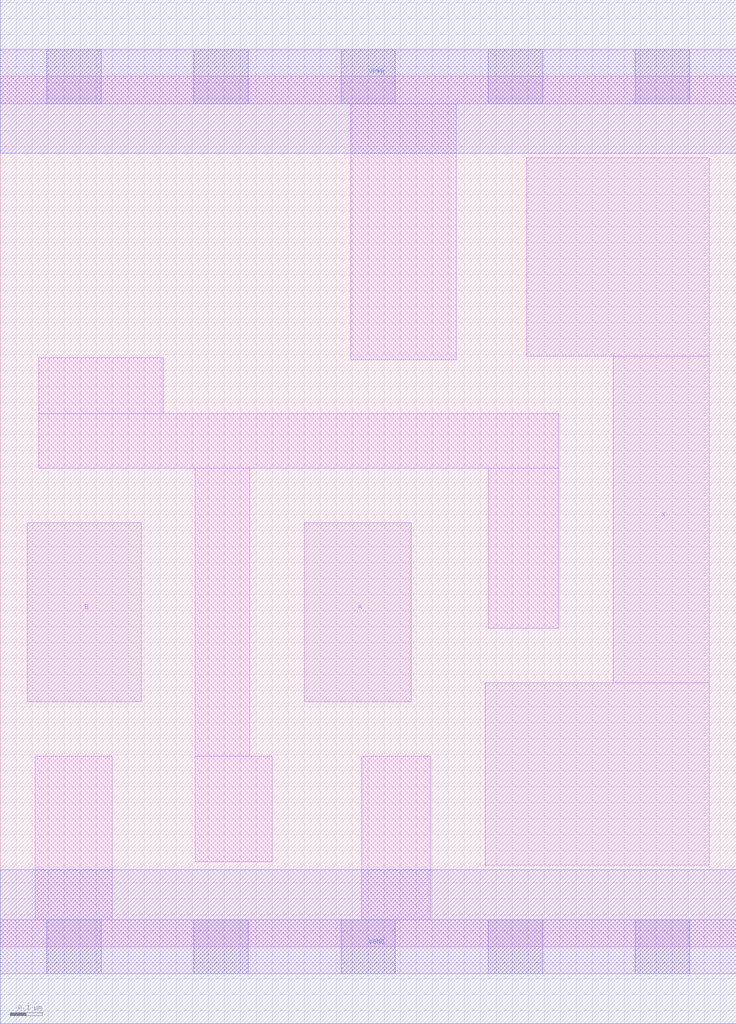
<source format=lef>
# Copyright 2020 The SkyWater PDK Authors
#
# Licensed under the Apache License, Version 2.0 (the "License");
# you may not use this file except in compliance with the License.
# You may obtain a copy of the License at
#
#     https://www.apache.org/licenses/LICENSE-2.0
#
# Unless required by applicable law or agreed to in writing, software
# distributed under the License is distributed on an "AS IS" BASIS,
# WITHOUT WARRANTIES OR CONDITIONS OF ANY KIND, either express or implied.
# See the License for the specific language governing permissions and
# limitations under the License.
#
# SPDX-License-Identifier: Apache-2.0

VERSION 5.7 ;
  NAMESCASESENSITIVE ON ;
  NOWIREEXTENSIONATPIN ON ;
  DIVIDERCHAR "/" ;
  BUSBITCHARS "[]" ;
UNITS
  DATABASE MICRONS 200 ;
END UNITS
PROPERTYDEFINITIONS
  MACRO maskLayoutSubType STRING ;
  MACRO prCellType STRING ;
  MACRO originalViewName STRING ;
END PROPERTYDEFINITIONS
MACRO sky130_fd_sc_hdll__or2_1
  CLASS CORE ;
  FOREIGN sky130_fd_sc_hdll__or2_1 ;
  ORIGIN  0.000000  0.000000 ;
  SIZE  2.300000 BY  2.720000 ;
  SYMMETRY X Y R90 ;
  SITE unithd ;
  PIN A
    ANTENNAGATEAREA  0.138600 ;
    DIRECTION INPUT ;
    USE SIGNAL ;
    PORT
      LAYER li1 ;
        RECT 0.950000 0.765000 1.285000 1.325000 ;
    END
  END A
  PIN B
    ANTENNAGATEAREA  0.138600 ;
    DIRECTION INPUT ;
    USE SIGNAL ;
    PORT
      LAYER li1 ;
        RECT 0.085000 0.765000 0.440000 1.325000 ;
    END
  END B
  PIN VGND
    ANTENNADIFFAREA  0.330700 ;
    DIRECTION INOUT ;
    USE SIGNAL ;
    PORT
      LAYER met1 ;
        RECT 0.000000 -0.240000 2.300000 0.240000 ;
    END
  END VGND
  PIN VPWR
    ANTENNADIFFAREA  0.305700 ;
    DIRECTION INOUT ;
    USE SIGNAL ;
    PORT
      LAYER met1 ;
        RECT 0.000000 2.480000 2.300000 2.960000 ;
    END
  END VPWR
  PIN X
    ANTENNADIFFAREA  0.551500 ;
    DIRECTION OUTPUT ;
    USE SIGNAL ;
    PORT
      LAYER li1 ;
        RECT 1.515000 0.255000 2.215000 0.825000 ;
        RECT 1.645000 1.845000 2.215000 2.465000 ;
        RECT 1.915000 0.825000 2.215000 1.845000 ;
    END
  END X
  OBS
    LAYER li1 ;
      RECT 0.000000 -0.085000 2.300000 0.085000 ;
      RECT 0.000000  2.635000 2.300000 2.805000 ;
      RECT 0.110000  0.085000 0.350000 0.595000 ;
      RECT 0.120000  1.495000 1.745000 1.665000 ;
      RECT 0.120000  1.665000 0.510000 1.840000 ;
      RECT 0.610000  0.265000 0.850000 0.595000 ;
      RECT 0.610000  0.595000 0.780000 1.495000 ;
      RECT 1.095000  1.835000 1.425000 2.635000 ;
      RECT 1.130000  0.085000 1.345000 0.595000 ;
      RECT 1.525000  0.995000 1.745000 1.495000 ;
    LAYER mcon ;
      RECT 0.145000 -0.085000 0.315000 0.085000 ;
      RECT 0.145000  2.635000 0.315000 2.805000 ;
      RECT 0.605000 -0.085000 0.775000 0.085000 ;
      RECT 0.605000  2.635000 0.775000 2.805000 ;
      RECT 1.065000 -0.085000 1.235000 0.085000 ;
      RECT 1.065000  2.635000 1.235000 2.805000 ;
      RECT 1.525000 -0.085000 1.695000 0.085000 ;
      RECT 1.525000  2.635000 1.695000 2.805000 ;
      RECT 1.985000 -0.085000 2.155000 0.085000 ;
      RECT 1.985000  2.635000 2.155000 2.805000 ;
  END
  PROPERTY maskLayoutSubType "abstract" ;
  PROPERTY prCellType "standard" ;
  PROPERTY originalViewName "layout" ;
END sky130_fd_sc_hdll__or2_1

</source>
